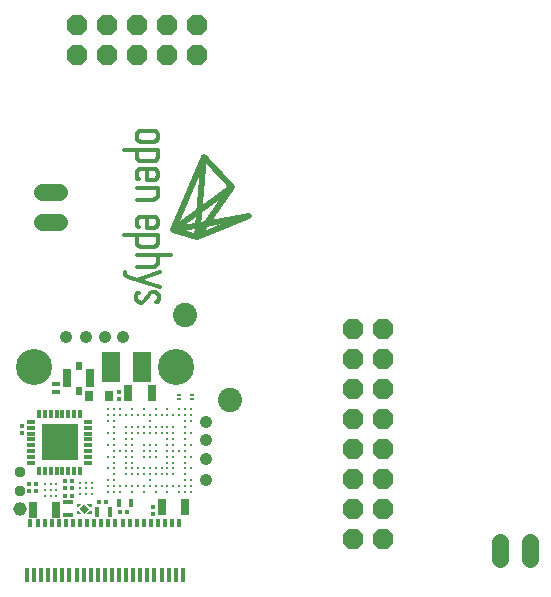
<source format=gts>
G75*
%MOIN*%
%OFA0B0*%
%FSLAX25Y25*%
%IPPOS*%
%LPD*%
%AMOC8*
5,1,8,0,0,1.08239X$1,22.5*
%
%ADD10C,0.04137*%
%ADD11R,0.01775X0.01381*%
%ADD12R,0.03350X0.01775*%
%ADD13R,0.01775X0.03350*%
%ADD14R,0.06106X0.10043*%
%ADD15C,0.00200*%
%ADD16R,0.12405X0.12405*%
%ADD17R,0.01184X0.02562*%
%ADD18R,0.02562X0.01184*%
%ADD19R,0.02169X0.02956*%
%ADD20R,0.02562X0.06106*%
%ADD21R,0.02169X0.02562*%
%ADD22R,0.02562X0.01578*%
%ADD23C,0.01184*%
%ADD24R,0.01578X0.00987*%
%ADD25R,0.01381X0.05121*%
%ADD26R,0.01381X0.02562*%
%ADD27OC8,0.06800*%
%ADD28C,0.03743*%
%ADD29C,0.05600*%
%ADD30C,0.08074*%
%ADD31C,0.04531*%
%ADD32C,0.02165*%
%ADD33C,0.01417*%
%ADD34R,0.02956X0.05318*%
%ADD35R,0.01381X0.01775*%
%ADD36R,0.02956X0.03743*%
%ADD37R,0.01775X0.02562*%
%ADD38C,0.12011*%
D10*
X0185205Y0129300D03*
X0191701Y0129300D03*
X0198197Y0129300D03*
X0204103Y0129300D03*
X0231662Y0101150D03*
X0231662Y0095048D03*
X0231662Y0088748D03*
X0231662Y0081859D03*
D11*
X0213945Y0072804D03*
X0213945Y0070441D03*
X0170441Y0097410D03*
X0170441Y0099772D03*
X0202607Y0108630D03*
X0202607Y0110993D03*
D12*
X0185756Y0074313D03*
X0185756Y0070113D03*
D13*
X0195507Y0071111D03*
X0199707Y0071111D03*
D14*
X0200166Y0119260D03*
X0210402Y0119260D03*
D15*
X0193217Y0073807D02*
X0193217Y0073178D01*
X0192626Y0073178D01*
X0191996Y0073807D01*
X0193217Y0073807D01*
X0193217Y0073782D02*
X0192022Y0073782D01*
X0192220Y0073583D02*
X0193217Y0073583D01*
X0193217Y0073385D02*
X0192419Y0073385D01*
X0192618Y0073186D02*
X0193217Y0073186D01*
X0192250Y0072213D02*
X0190914Y0073549D01*
X0189578Y0072213D01*
X0190914Y0070877D01*
X0192250Y0072213D01*
X0192231Y0072194D02*
X0189597Y0072194D01*
X0189757Y0072392D02*
X0192071Y0072392D01*
X0191872Y0072591D02*
X0189955Y0072591D01*
X0190154Y0072789D02*
X0191674Y0072789D01*
X0191475Y0072988D02*
X0190352Y0072988D01*
X0190551Y0073186D02*
X0191277Y0073186D01*
X0191078Y0073385D02*
X0190749Y0073385D01*
X0189831Y0073807D02*
X0189201Y0073178D01*
X0188611Y0073178D01*
X0188611Y0073807D01*
X0189831Y0073807D01*
X0189806Y0073782D02*
X0188611Y0073782D01*
X0188611Y0073583D02*
X0189607Y0073583D01*
X0189409Y0073385D02*
X0188611Y0073385D01*
X0188611Y0073186D02*
X0189210Y0073186D01*
X0189795Y0071995D02*
X0192032Y0071995D01*
X0191834Y0071797D02*
X0189994Y0071797D01*
X0190192Y0071598D02*
X0191635Y0071598D01*
X0191437Y0071400D02*
X0190391Y0071400D01*
X0190589Y0071201D02*
X0191238Y0071201D01*
X0191040Y0071003D02*
X0190788Y0071003D01*
X0189831Y0070619D02*
X0189201Y0071248D01*
X0188611Y0071248D01*
X0188611Y0070619D01*
X0189831Y0070619D01*
X0189645Y0070804D02*
X0188611Y0070804D01*
X0188611Y0071003D02*
X0189447Y0071003D01*
X0189248Y0071201D02*
X0188611Y0071201D01*
X0191996Y0070619D02*
X0192626Y0071248D01*
X0193217Y0071248D01*
X0193217Y0070619D01*
X0191996Y0070619D01*
X0192182Y0070804D02*
X0193217Y0070804D01*
X0193217Y0071003D02*
X0192381Y0071003D01*
X0192579Y0071201D02*
X0193217Y0071201D01*
D16*
X0182882Y0094260D03*
D17*
X0181898Y0084811D03*
X0179930Y0084811D03*
X0177961Y0084811D03*
X0175993Y0084811D03*
X0183867Y0084811D03*
X0185835Y0084811D03*
X0187804Y0084811D03*
X0189772Y0084811D03*
X0189772Y0103709D03*
X0187804Y0103709D03*
X0185835Y0103709D03*
X0183867Y0103709D03*
X0181898Y0103709D03*
X0179930Y0103709D03*
X0177961Y0103709D03*
X0175993Y0103709D03*
D18*
X0173433Y0101150D03*
X0173433Y0099181D03*
X0173433Y0097213D03*
X0173433Y0095244D03*
X0173433Y0093276D03*
X0173433Y0091307D03*
X0173433Y0089339D03*
X0173433Y0087370D03*
X0192331Y0087370D03*
X0192331Y0089339D03*
X0192331Y0091307D03*
X0192331Y0093276D03*
X0192331Y0095244D03*
X0192331Y0097213D03*
X0192331Y0099181D03*
X0192331Y0101150D03*
D19*
X0189221Y0111465D03*
D20*
X0193158Y0115796D03*
X0185284Y0115796D03*
D21*
X0189221Y0119733D03*
D22*
X0181819Y0113650D03*
X0181819Y0111091D03*
D23*
X0199181Y0105284D03*
X0199181Y0103315D03*
X0199181Y0101347D03*
X0201150Y0101347D03*
X0201150Y0103315D03*
X0203119Y0103315D03*
X0205087Y0103315D03*
X0207056Y0103315D03*
X0209024Y0103315D03*
X0210993Y0103315D03*
X0212961Y0103315D03*
X0212961Y0101347D03*
X0212961Y0099378D03*
X0212961Y0097410D03*
X0210993Y0097410D03*
X0210993Y0099378D03*
X0209024Y0099378D03*
X0209024Y0097410D03*
X0207056Y0097410D03*
X0207056Y0099378D03*
X0205087Y0099378D03*
X0205087Y0097410D03*
X0205087Y0095441D03*
X0205087Y0093473D03*
X0207056Y0093473D03*
X0207056Y0095441D03*
X0210993Y0093473D03*
X0212961Y0093473D03*
X0214930Y0093473D03*
X0214930Y0091504D03*
X0214930Y0089536D03*
X0212961Y0089536D03*
X0212961Y0091504D03*
X0210993Y0091504D03*
X0210993Y0089536D03*
X0207056Y0089536D03*
X0207056Y0091504D03*
X0205087Y0091504D03*
X0205087Y0089536D03*
X0205087Y0087567D03*
X0205087Y0085599D03*
X0207056Y0085599D03*
X0209024Y0085599D03*
X0210993Y0085599D03*
X0212961Y0085599D03*
X0214930Y0085599D03*
X0216898Y0085599D03*
X0218867Y0085599D03*
X0220835Y0085599D03*
X0220835Y0087567D03*
X0218867Y0087567D03*
X0218867Y0089536D03*
X0220835Y0089536D03*
X0220835Y0091504D03*
X0218867Y0091504D03*
X0218867Y0093473D03*
X0220835Y0093473D03*
X0220835Y0095441D03*
X0218867Y0095441D03*
X0218867Y0097410D03*
X0220835Y0097410D03*
X0220835Y0099378D03*
X0218867Y0099378D03*
X0216898Y0099378D03*
X0216898Y0097410D03*
X0214930Y0097410D03*
X0214930Y0099378D03*
X0214930Y0103315D03*
X0216898Y0103315D03*
X0218867Y0103315D03*
X0220835Y0103315D03*
X0222804Y0103315D03*
X0224772Y0103315D03*
X0224772Y0101347D03*
X0226741Y0101347D03*
X0226741Y0103315D03*
X0226741Y0105284D03*
X0224772Y0105284D03*
X0222804Y0105284D03*
X0218867Y0105284D03*
X0214930Y0105284D03*
X0210993Y0105284D03*
X0207056Y0105284D03*
X0203119Y0105284D03*
X0201150Y0105284D03*
X0201150Y0099378D03*
X0201150Y0097410D03*
X0199181Y0097410D03*
X0201150Y0095441D03*
X0201150Y0093473D03*
X0199181Y0093473D03*
X0201150Y0091504D03*
X0201150Y0089536D03*
X0199181Y0089536D03*
X0201150Y0087567D03*
X0201150Y0085599D03*
X0199181Y0085599D03*
X0201150Y0083630D03*
X0201150Y0081662D03*
X0199181Y0081662D03*
X0199181Y0079693D03*
X0199181Y0077725D03*
X0201150Y0077725D03*
X0201150Y0079693D03*
X0203119Y0079693D03*
X0205087Y0079693D03*
X0207056Y0079693D03*
X0209024Y0079693D03*
X0210993Y0079693D03*
X0212961Y0079693D03*
X0214930Y0079693D03*
X0216898Y0079693D03*
X0218867Y0079693D03*
X0220835Y0079693D03*
X0222804Y0079693D03*
X0224772Y0079693D03*
X0224772Y0077725D03*
X0222804Y0077725D03*
X0226741Y0077725D03*
X0226741Y0079693D03*
X0226741Y0081662D03*
X0224772Y0081662D03*
X0224772Y0083630D03*
X0224772Y0085599D03*
X0224772Y0087567D03*
X0224772Y0089536D03*
X0224772Y0091504D03*
X0222804Y0091504D03*
X0224772Y0093473D03*
X0224772Y0095441D03*
X0224772Y0097410D03*
X0224772Y0099378D03*
X0226741Y0097410D03*
X0226741Y0093473D03*
X0226741Y0089536D03*
X0226741Y0085599D03*
X0220835Y0083630D03*
X0218867Y0083630D03*
X0216898Y0083630D03*
X0214930Y0083630D03*
X0212961Y0083630D03*
X0212961Y0081662D03*
X0210993Y0083630D03*
X0209024Y0083630D03*
X0207056Y0083630D03*
X0205087Y0083630D03*
X0207056Y0087567D03*
X0203119Y0091504D03*
X0193670Y0080874D03*
X0193670Y0078906D03*
X0193670Y0076937D03*
X0191701Y0076937D03*
X0189733Y0076937D03*
X0189733Y0078906D03*
X0191701Y0078906D03*
X0191701Y0080874D03*
X0189733Y0080874D03*
X0181859Y0080481D03*
X0181859Y0078512D03*
X0181859Y0076544D03*
X0179890Y0076544D03*
X0179890Y0078512D03*
X0177922Y0078512D03*
X0177922Y0076544D03*
X0177922Y0080481D03*
X0179890Y0080481D03*
X0203119Y0077725D03*
X0207056Y0077725D03*
X0210993Y0077725D03*
X0214930Y0077725D03*
X0218867Y0077725D03*
D24*
X0222607Y0108630D03*
X0222607Y0110205D03*
X0226937Y0110205D03*
X0226937Y0108630D03*
D25*
X0223985Y0050040D03*
X0221622Y0050040D03*
X0219260Y0050040D03*
X0216898Y0050040D03*
X0214536Y0050040D03*
X0212174Y0050040D03*
X0209811Y0050040D03*
X0207449Y0050040D03*
X0205087Y0050040D03*
X0202725Y0050040D03*
X0200363Y0050040D03*
X0198000Y0050040D03*
X0195638Y0050040D03*
X0193276Y0050040D03*
X0190914Y0050040D03*
X0188552Y0050040D03*
X0186189Y0050040D03*
X0183827Y0050040D03*
X0181465Y0050040D03*
X0179103Y0050040D03*
X0176741Y0050040D03*
X0174378Y0050040D03*
X0172016Y0050040D03*
D26*
X0173197Y0067363D03*
X0175559Y0067363D03*
X0177922Y0067363D03*
X0180284Y0067363D03*
X0182646Y0067363D03*
X0185008Y0067363D03*
X0187370Y0067363D03*
X0189733Y0067363D03*
X0192095Y0067363D03*
X0194457Y0067363D03*
X0196819Y0067363D03*
X0199181Y0067363D03*
X0201544Y0067363D03*
X0203906Y0067363D03*
X0206268Y0067363D03*
X0208630Y0067363D03*
X0210993Y0067363D03*
X0213355Y0067363D03*
X0215717Y0067363D03*
X0218079Y0067363D03*
X0220441Y0067363D03*
X0222804Y0067363D03*
D27*
X0280796Y0072016D03*
X0290796Y0072016D03*
X0290796Y0062016D03*
X0280796Y0062016D03*
X0280796Y0082016D03*
X0290796Y0082016D03*
X0290796Y0092016D03*
X0290796Y0102016D03*
X0280796Y0102016D03*
X0280796Y0092016D03*
X0280796Y0112016D03*
X0290796Y0112016D03*
X0290796Y0122016D03*
X0280796Y0122016D03*
X0280796Y0132016D03*
X0290796Y0132016D03*
X0228630Y0223512D03*
X0218630Y0223512D03*
X0208630Y0223512D03*
X0198630Y0223512D03*
X0188630Y0223512D03*
X0188630Y0233512D03*
X0198630Y0233512D03*
X0208630Y0233512D03*
X0218630Y0233512D03*
X0228630Y0233512D03*
D28*
X0169772Y0084378D03*
X0169693Y0078197D03*
D29*
X0177190Y0167882D02*
X0182590Y0167882D01*
X0182590Y0177882D02*
X0177190Y0177882D01*
X0329693Y0060937D02*
X0329693Y0055537D01*
X0339693Y0055537D02*
X0339693Y0060937D01*
D30*
X0239733Y0108433D03*
X0224772Y0136780D03*
D31*
X0169693Y0072174D03*
D32*
X0220835Y0165126D02*
X0228709Y0162764D01*
X0240520Y0179300D01*
X0220835Y0165126D01*
X0246032Y0169851D01*
X0228709Y0162764D01*
X0231071Y0189536D01*
X0240520Y0179300D01*
X0231071Y0189536D02*
X0220835Y0165126D01*
D33*
X0215638Y0163237D02*
X0215638Y0160874D01*
X0215636Y0160800D01*
X0215630Y0160726D01*
X0215621Y0160652D01*
X0215607Y0160579D01*
X0215590Y0160507D01*
X0215569Y0160436D01*
X0215544Y0160366D01*
X0215515Y0160298D01*
X0215484Y0160231D01*
X0215448Y0160166D01*
X0215409Y0160102D01*
X0215367Y0160041D01*
X0215322Y0159982D01*
X0215274Y0159926D01*
X0215223Y0159872D01*
X0215169Y0159821D01*
X0215113Y0159773D01*
X0215054Y0159728D01*
X0214993Y0159686D01*
X0214930Y0159647D01*
X0214864Y0159611D01*
X0214797Y0159580D01*
X0214729Y0159551D01*
X0214659Y0159526D01*
X0214588Y0159505D01*
X0214516Y0159488D01*
X0214443Y0159474D01*
X0214369Y0159465D01*
X0214295Y0159459D01*
X0214221Y0159457D01*
X0210126Y0159457D01*
X0210052Y0159459D01*
X0209978Y0159465D01*
X0209904Y0159474D01*
X0209831Y0159488D01*
X0209759Y0159505D01*
X0209688Y0159526D01*
X0209618Y0159551D01*
X0209550Y0159580D01*
X0209483Y0159611D01*
X0209418Y0159647D01*
X0209354Y0159686D01*
X0209293Y0159728D01*
X0209234Y0159773D01*
X0209178Y0159821D01*
X0209124Y0159872D01*
X0209073Y0159926D01*
X0209025Y0159982D01*
X0208980Y0160041D01*
X0208938Y0160102D01*
X0208899Y0160166D01*
X0208863Y0160231D01*
X0208832Y0160298D01*
X0208803Y0160366D01*
X0208778Y0160436D01*
X0208757Y0160507D01*
X0208740Y0160579D01*
X0208726Y0160652D01*
X0208717Y0160726D01*
X0208711Y0160800D01*
X0208709Y0160874D01*
X0208709Y0163237D01*
X0215638Y0163237D01*
X0214063Y0165756D02*
X0212174Y0165756D01*
X0212174Y0169063D01*
X0214221Y0169536D02*
X0210126Y0169536D01*
X0210052Y0169534D01*
X0209978Y0169528D01*
X0209904Y0169519D01*
X0209831Y0169505D01*
X0209759Y0169488D01*
X0209688Y0169467D01*
X0209618Y0169442D01*
X0209550Y0169413D01*
X0209483Y0169382D01*
X0209418Y0169346D01*
X0209354Y0169307D01*
X0209293Y0169265D01*
X0209234Y0169220D01*
X0209178Y0169172D01*
X0209124Y0169121D01*
X0209073Y0169067D01*
X0209025Y0169011D01*
X0208980Y0168952D01*
X0208938Y0168891D01*
X0208899Y0168828D01*
X0208863Y0168762D01*
X0208832Y0168695D01*
X0208803Y0168627D01*
X0208778Y0168557D01*
X0208757Y0168486D01*
X0208740Y0168414D01*
X0208726Y0168341D01*
X0208717Y0168267D01*
X0208711Y0168193D01*
X0208709Y0168119D01*
X0208709Y0166701D01*
X0208711Y0166655D01*
X0208717Y0166610D01*
X0208726Y0166566D01*
X0208739Y0166522D01*
X0208755Y0166480D01*
X0208775Y0166439D01*
X0208799Y0166400D01*
X0208825Y0166363D01*
X0208855Y0166328D01*
X0208887Y0166296D01*
X0208922Y0166266D01*
X0208959Y0166240D01*
X0208998Y0166216D01*
X0209039Y0166196D01*
X0209081Y0166180D01*
X0209125Y0166167D01*
X0209169Y0166158D01*
X0209214Y0166152D01*
X0209260Y0166150D01*
X0208630Y0163237D02*
X0204536Y0163237D01*
X0208788Y0156622D02*
X0219969Y0156622D01*
X0215638Y0156071D02*
X0215638Y0154260D01*
X0215636Y0154186D01*
X0215630Y0154112D01*
X0215621Y0154038D01*
X0215607Y0153965D01*
X0215590Y0153893D01*
X0215569Y0153822D01*
X0215544Y0153752D01*
X0215515Y0153684D01*
X0215484Y0153617D01*
X0215448Y0153552D01*
X0215409Y0153488D01*
X0215367Y0153427D01*
X0215322Y0153368D01*
X0215274Y0153312D01*
X0215223Y0153258D01*
X0215169Y0153207D01*
X0215113Y0153159D01*
X0215054Y0153114D01*
X0214993Y0153072D01*
X0214930Y0153033D01*
X0214864Y0152997D01*
X0214797Y0152966D01*
X0214729Y0152937D01*
X0214659Y0152912D01*
X0214588Y0152891D01*
X0214516Y0152874D01*
X0214443Y0152860D01*
X0214369Y0152851D01*
X0214295Y0152845D01*
X0214221Y0152843D01*
X0208709Y0152764D01*
X0208788Y0148433D02*
X0216347Y0151032D01*
X0216347Y0145993D02*
X0205717Y0149300D01*
X0205559Y0149378D02*
X0204772Y0149930D01*
X0204615Y0150638D01*
X0204615Y0151032D01*
X0209103Y0144181D02*
X0209260Y0144181D01*
X0209103Y0144181D02*
X0208867Y0144024D01*
X0208630Y0143630D01*
X0208473Y0143315D01*
X0208473Y0143237D02*
X0208473Y0142292D01*
X0208475Y0142218D01*
X0208481Y0142144D01*
X0208490Y0142070D01*
X0208504Y0141997D01*
X0208521Y0141925D01*
X0208542Y0141854D01*
X0208567Y0141784D01*
X0208596Y0141716D01*
X0208627Y0141649D01*
X0208663Y0141584D01*
X0208702Y0141520D01*
X0208744Y0141459D01*
X0208789Y0141400D01*
X0208837Y0141344D01*
X0208888Y0141290D01*
X0208942Y0141239D01*
X0208998Y0141191D01*
X0209057Y0141146D01*
X0209118Y0141104D01*
X0209182Y0141065D01*
X0209247Y0141029D01*
X0209314Y0140998D01*
X0209382Y0140969D01*
X0209452Y0140944D01*
X0209523Y0140923D01*
X0209595Y0140906D01*
X0209668Y0140892D01*
X0209742Y0140883D01*
X0209816Y0140877D01*
X0209890Y0140875D01*
X0209969Y0140874D02*
X0210363Y0140874D01*
X0210756Y0140953D01*
X0211465Y0141662D01*
X0212410Y0142922D01*
X0212252Y0142685D02*
X0213197Y0143945D01*
X0213670Y0144260D01*
X0214063Y0144339D01*
X0214457Y0144339D01*
X0214536Y0144339D02*
X0214610Y0144337D01*
X0214684Y0144331D01*
X0214758Y0144322D01*
X0214831Y0144308D01*
X0214903Y0144291D01*
X0214974Y0144270D01*
X0215044Y0144245D01*
X0215112Y0144216D01*
X0215179Y0144185D01*
X0215245Y0144149D01*
X0215308Y0144110D01*
X0215369Y0144068D01*
X0215428Y0144023D01*
X0215484Y0143975D01*
X0215538Y0143924D01*
X0215589Y0143870D01*
X0215637Y0143814D01*
X0215682Y0143755D01*
X0215724Y0143694D01*
X0215763Y0143631D01*
X0215799Y0143565D01*
X0215830Y0143498D01*
X0215859Y0143430D01*
X0215884Y0143360D01*
X0215905Y0143289D01*
X0215922Y0143217D01*
X0215936Y0143144D01*
X0215945Y0143070D01*
X0215951Y0142996D01*
X0215953Y0142922D01*
X0215953Y0141977D01*
X0215953Y0141898D02*
X0215796Y0141583D01*
X0215559Y0141189D01*
X0215323Y0141032D01*
X0215166Y0141032D01*
X0215638Y0167174D02*
X0215638Y0168119D01*
X0215636Y0168193D01*
X0215630Y0168267D01*
X0215621Y0168341D01*
X0215607Y0168414D01*
X0215590Y0168486D01*
X0215569Y0168557D01*
X0215544Y0168627D01*
X0215515Y0168695D01*
X0215484Y0168762D01*
X0215448Y0168828D01*
X0215409Y0168891D01*
X0215367Y0168952D01*
X0215322Y0169011D01*
X0215274Y0169067D01*
X0215223Y0169121D01*
X0215169Y0169172D01*
X0215113Y0169220D01*
X0215054Y0169265D01*
X0214993Y0169307D01*
X0214930Y0169346D01*
X0214864Y0169382D01*
X0214797Y0169413D01*
X0214729Y0169442D01*
X0214659Y0169467D01*
X0214588Y0169488D01*
X0214516Y0169505D01*
X0214443Y0169519D01*
X0214369Y0169528D01*
X0214295Y0169534D01*
X0214221Y0169536D01*
X0215638Y0167174D02*
X0215636Y0167100D01*
X0215630Y0167026D01*
X0215621Y0166952D01*
X0215607Y0166879D01*
X0215590Y0166807D01*
X0215569Y0166736D01*
X0215544Y0166666D01*
X0215515Y0166598D01*
X0215484Y0166531D01*
X0215448Y0166466D01*
X0215409Y0166402D01*
X0215367Y0166341D01*
X0215322Y0166282D01*
X0215274Y0166226D01*
X0215223Y0166172D01*
X0215169Y0166121D01*
X0215113Y0166073D01*
X0215054Y0166028D01*
X0214993Y0165986D01*
X0214930Y0165947D01*
X0214864Y0165911D01*
X0214797Y0165880D01*
X0214729Y0165851D01*
X0214659Y0165826D01*
X0214588Y0165805D01*
X0214516Y0165788D01*
X0214443Y0165774D01*
X0214369Y0165765D01*
X0214295Y0165759D01*
X0214221Y0165757D01*
X0214221Y0175205D02*
X0208709Y0175205D01*
X0208709Y0178985D02*
X0215638Y0178985D01*
X0215638Y0176622D01*
X0215636Y0176548D01*
X0215630Y0176474D01*
X0215621Y0176400D01*
X0215607Y0176327D01*
X0215590Y0176255D01*
X0215569Y0176184D01*
X0215544Y0176114D01*
X0215515Y0176046D01*
X0215484Y0175979D01*
X0215448Y0175914D01*
X0215409Y0175850D01*
X0215367Y0175789D01*
X0215322Y0175730D01*
X0215274Y0175674D01*
X0215223Y0175620D01*
X0215169Y0175569D01*
X0215113Y0175521D01*
X0215054Y0175476D01*
X0214993Y0175434D01*
X0214930Y0175395D01*
X0214864Y0175359D01*
X0214797Y0175328D01*
X0214729Y0175299D01*
X0214659Y0175274D01*
X0214588Y0175253D01*
X0214516Y0175236D01*
X0214443Y0175222D01*
X0214369Y0175213D01*
X0214295Y0175207D01*
X0214221Y0175205D01*
X0214063Y0181662D02*
X0212174Y0181662D01*
X0212174Y0184969D01*
X0214221Y0185441D02*
X0210126Y0185441D01*
X0210052Y0185439D01*
X0209978Y0185433D01*
X0209904Y0185424D01*
X0209831Y0185410D01*
X0209759Y0185393D01*
X0209688Y0185372D01*
X0209618Y0185347D01*
X0209550Y0185318D01*
X0209483Y0185287D01*
X0209418Y0185251D01*
X0209354Y0185212D01*
X0209293Y0185170D01*
X0209234Y0185125D01*
X0209178Y0185077D01*
X0209124Y0185026D01*
X0209073Y0184972D01*
X0209025Y0184916D01*
X0208980Y0184857D01*
X0208938Y0184796D01*
X0208899Y0184733D01*
X0208863Y0184667D01*
X0208832Y0184600D01*
X0208803Y0184532D01*
X0208778Y0184462D01*
X0208757Y0184391D01*
X0208740Y0184319D01*
X0208726Y0184246D01*
X0208717Y0184172D01*
X0208711Y0184098D01*
X0208709Y0184024D01*
X0208709Y0182607D01*
X0208711Y0182561D01*
X0208717Y0182516D01*
X0208726Y0182472D01*
X0208739Y0182428D01*
X0208755Y0182386D01*
X0208775Y0182345D01*
X0208799Y0182306D01*
X0208825Y0182269D01*
X0208855Y0182234D01*
X0208887Y0182202D01*
X0208922Y0182172D01*
X0208959Y0182146D01*
X0208998Y0182122D01*
X0209039Y0182102D01*
X0209081Y0182086D01*
X0209125Y0182073D01*
X0209169Y0182064D01*
X0209214Y0182058D01*
X0209260Y0182056D01*
X0214221Y0181662D02*
X0214295Y0181664D01*
X0214369Y0181670D01*
X0214443Y0181679D01*
X0214516Y0181693D01*
X0214588Y0181710D01*
X0214659Y0181731D01*
X0214729Y0181756D01*
X0214797Y0181785D01*
X0214864Y0181816D01*
X0214930Y0181852D01*
X0214993Y0181891D01*
X0215054Y0181933D01*
X0215113Y0181978D01*
X0215169Y0182026D01*
X0215223Y0182077D01*
X0215274Y0182131D01*
X0215322Y0182187D01*
X0215367Y0182246D01*
X0215409Y0182307D01*
X0215448Y0182371D01*
X0215484Y0182436D01*
X0215515Y0182503D01*
X0215544Y0182571D01*
X0215569Y0182641D01*
X0215590Y0182712D01*
X0215607Y0182784D01*
X0215621Y0182857D01*
X0215630Y0182931D01*
X0215636Y0183005D01*
X0215638Y0183079D01*
X0215638Y0184024D01*
X0215636Y0184098D01*
X0215630Y0184172D01*
X0215621Y0184246D01*
X0215607Y0184319D01*
X0215590Y0184391D01*
X0215569Y0184462D01*
X0215544Y0184532D01*
X0215515Y0184600D01*
X0215484Y0184667D01*
X0215448Y0184733D01*
X0215409Y0184796D01*
X0215367Y0184857D01*
X0215322Y0184916D01*
X0215274Y0184972D01*
X0215223Y0185026D01*
X0215169Y0185077D01*
X0215113Y0185125D01*
X0215054Y0185170D01*
X0214993Y0185212D01*
X0214930Y0185251D01*
X0214864Y0185287D01*
X0214797Y0185318D01*
X0214729Y0185347D01*
X0214659Y0185372D01*
X0214588Y0185393D01*
X0214516Y0185410D01*
X0214443Y0185424D01*
X0214369Y0185433D01*
X0214295Y0185439D01*
X0214221Y0185441D01*
X0214221Y0188040D02*
X0210126Y0188040D01*
X0210052Y0188042D01*
X0209978Y0188048D01*
X0209904Y0188057D01*
X0209831Y0188071D01*
X0209759Y0188088D01*
X0209688Y0188109D01*
X0209618Y0188134D01*
X0209550Y0188163D01*
X0209483Y0188194D01*
X0209418Y0188230D01*
X0209354Y0188269D01*
X0209293Y0188311D01*
X0209234Y0188356D01*
X0209178Y0188404D01*
X0209124Y0188455D01*
X0209073Y0188509D01*
X0209025Y0188565D01*
X0208980Y0188624D01*
X0208938Y0188685D01*
X0208899Y0188749D01*
X0208863Y0188814D01*
X0208832Y0188881D01*
X0208803Y0188949D01*
X0208778Y0189019D01*
X0208757Y0189090D01*
X0208740Y0189162D01*
X0208726Y0189235D01*
X0208717Y0189309D01*
X0208711Y0189383D01*
X0208709Y0189457D01*
X0208709Y0191819D01*
X0215638Y0191819D01*
X0215638Y0189457D01*
X0215636Y0189383D01*
X0215630Y0189309D01*
X0215621Y0189235D01*
X0215607Y0189162D01*
X0215590Y0189090D01*
X0215569Y0189019D01*
X0215544Y0188949D01*
X0215515Y0188881D01*
X0215484Y0188814D01*
X0215448Y0188749D01*
X0215409Y0188685D01*
X0215367Y0188624D01*
X0215322Y0188565D01*
X0215274Y0188509D01*
X0215223Y0188455D01*
X0215169Y0188404D01*
X0215113Y0188356D01*
X0215054Y0188311D01*
X0214993Y0188269D01*
X0214930Y0188230D01*
X0214864Y0188194D01*
X0214797Y0188163D01*
X0214729Y0188134D01*
X0214659Y0188109D01*
X0214588Y0188088D01*
X0214516Y0188071D01*
X0214443Y0188057D01*
X0214369Y0188048D01*
X0214295Y0188042D01*
X0214221Y0188040D01*
X0214221Y0194457D02*
X0210126Y0194457D01*
X0210052Y0194459D01*
X0209978Y0194465D01*
X0209904Y0194474D01*
X0209831Y0194488D01*
X0209759Y0194505D01*
X0209688Y0194526D01*
X0209618Y0194551D01*
X0209550Y0194580D01*
X0209483Y0194611D01*
X0209418Y0194647D01*
X0209354Y0194686D01*
X0209293Y0194728D01*
X0209234Y0194773D01*
X0209178Y0194821D01*
X0209124Y0194872D01*
X0209073Y0194926D01*
X0209025Y0194982D01*
X0208980Y0195041D01*
X0208938Y0195102D01*
X0208899Y0195166D01*
X0208863Y0195231D01*
X0208832Y0195298D01*
X0208803Y0195366D01*
X0208778Y0195436D01*
X0208757Y0195507D01*
X0208740Y0195579D01*
X0208726Y0195652D01*
X0208717Y0195726D01*
X0208711Y0195800D01*
X0208709Y0195874D01*
X0208709Y0195993D02*
X0208709Y0196741D01*
X0208709Y0196780D02*
X0208711Y0196854D01*
X0208717Y0196928D01*
X0208726Y0197002D01*
X0208740Y0197075D01*
X0208757Y0197147D01*
X0208778Y0197218D01*
X0208803Y0197288D01*
X0208832Y0197356D01*
X0208863Y0197423D01*
X0208899Y0197489D01*
X0208938Y0197552D01*
X0208980Y0197613D01*
X0209025Y0197672D01*
X0209073Y0197728D01*
X0209124Y0197782D01*
X0209178Y0197833D01*
X0209234Y0197881D01*
X0209293Y0197926D01*
X0209354Y0197968D01*
X0209418Y0198007D01*
X0209483Y0198043D01*
X0209550Y0198074D01*
X0209618Y0198103D01*
X0209688Y0198128D01*
X0209759Y0198149D01*
X0209831Y0198166D01*
X0209904Y0198180D01*
X0209978Y0198189D01*
X0210052Y0198195D01*
X0210126Y0198197D01*
X0214221Y0198197D01*
X0214295Y0198195D01*
X0214369Y0198189D01*
X0214443Y0198180D01*
X0214516Y0198166D01*
X0214588Y0198149D01*
X0214659Y0198128D01*
X0214729Y0198103D01*
X0214797Y0198074D01*
X0214864Y0198043D01*
X0214930Y0198007D01*
X0214993Y0197968D01*
X0215054Y0197926D01*
X0215113Y0197881D01*
X0215169Y0197833D01*
X0215223Y0197782D01*
X0215274Y0197728D01*
X0215322Y0197672D01*
X0215367Y0197613D01*
X0215409Y0197552D01*
X0215448Y0197489D01*
X0215484Y0197423D01*
X0215515Y0197356D01*
X0215544Y0197288D01*
X0215569Y0197218D01*
X0215590Y0197147D01*
X0215607Y0197075D01*
X0215621Y0197002D01*
X0215630Y0196928D01*
X0215636Y0196854D01*
X0215638Y0196780D01*
X0215638Y0196662D02*
X0215638Y0195874D01*
X0215636Y0195800D01*
X0215630Y0195726D01*
X0215621Y0195652D01*
X0215607Y0195579D01*
X0215590Y0195507D01*
X0215569Y0195436D01*
X0215544Y0195366D01*
X0215515Y0195298D01*
X0215484Y0195231D01*
X0215448Y0195166D01*
X0215409Y0195102D01*
X0215367Y0195041D01*
X0215322Y0194982D01*
X0215274Y0194926D01*
X0215223Y0194872D01*
X0215169Y0194821D01*
X0215113Y0194773D01*
X0215054Y0194728D01*
X0214993Y0194686D01*
X0214930Y0194647D01*
X0214864Y0194611D01*
X0214797Y0194580D01*
X0214729Y0194551D01*
X0214659Y0194526D01*
X0214588Y0194505D01*
X0214516Y0194488D01*
X0214443Y0194474D01*
X0214369Y0194465D01*
X0214295Y0194459D01*
X0214221Y0194457D01*
X0208630Y0191819D02*
X0204536Y0191819D01*
D34*
X0205678Y0110796D03*
X0213552Y0110796D03*
X0216898Y0072804D03*
X0224772Y0072804D03*
X0181859Y0071819D03*
X0173985Y0071819D03*
D35*
X0175166Y0078119D03*
X0175166Y0080481D03*
X0172804Y0080481D03*
X0172804Y0078119D03*
X0184615Y0078906D03*
X0186977Y0078906D03*
X0186977Y0081268D03*
X0184615Y0081268D03*
X0184615Y0076544D03*
X0186977Y0076544D03*
X0196032Y0074378D03*
X0198394Y0074378D03*
X0203119Y0071229D03*
X0205481Y0071229D03*
D36*
X0199260Y0109615D03*
X0192804Y0109615D03*
D37*
X0202593Y0074181D03*
X0206793Y0074181D03*
D38*
X0221622Y0119457D03*
X0174378Y0119457D03*
M02*

</source>
